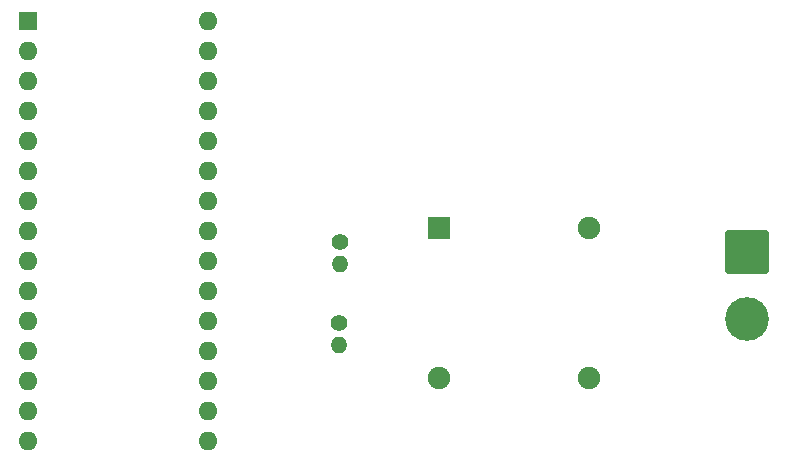
<source format=gbr>
%TF.GenerationSoftware,KiCad,Pcbnew,(6.0.0)*%
%TF.CreationDate,2022-07-31T16:11:20-05:00*%
%TF.ProjectId,FrequencySensor,46726571-7565-46e6-9379-53656e736f72,rev?*%
%TF.SameCoordinates,Original*%
%TF.FileFunction,Copper,L2,Bot*%
%TF.FilePolarity,Positive*%
%FSLAX46Y46*%
G04 Gerber Fmt 4.6, Leading zero omitted, Abs format (unit mm)*
G04 Created by KiCad (PCBNEW (6.0.0)) date 2022-07-31 16:11:20*
%MOMM*%
%LPD*%
G01*
G04 APERTURE LIST*
G04 Aperture macros list*
%AMRoundRect*
0 Rectangle with rounded corners*
0 $1 Rounding radius*
0 $2 $3 $4 $5 $6 $7 $8 $9 X,Y pos of 4 corners*
0 Add a 4 corners polygon primitive as box body*
4,1,4,$2,$3,$4,$5,$6,$7,$8,$9,$2,$3,0*
0 Add four circle primitives for the rounded corners*
1,1,$1+$1,$2,$3*
1,1,$1+$1,$4,$5*
1,1,$1+$1,$6,$7*
1,1,$1+$1,$8,$9*
0 Add four rect primitives between the rounded corners*
20,1,$1+$1,$2,$3,$4,$5,0*
20,1,$1+$1,$4,$5,$6,$7,0*
20,1,$1+$1,$6,$7,$8,$9,0*
20,1,$1+$1,$8,$9,$2,$3,0*%
G04 Aperture macros list end*
%TA.AperFunction,ComponentPad*%
%ADD10RoundRect,0.250002X-1.599998X-1.599998X1.599998X-1.599998X1.599998X1.599998X-1.599998X1.599998X0*%
%TD*%
%TA.AperFunction,ComponentPad*%
%ADD11C,3.700000*%
%TD*%
%TA.AperFunction,ComponentPad*%
%ADD12R,1.900000X1.900000*%
%TD*%
%TA.AperFunction,ComponentPad*%
%ADD13C,1.900000*%
%TD*%
%TA.AperFunction,ComponentPad*%
%ADD14C,1.400000*%
%TD*%
%TA.AperFunction,ComponentPad*%
%ADD15O,1.400000X1.400000*%
%TD*%
%TA.AperFunction,ComponentPad*%
%ADD16R,1.600000X1.600000*%
%TD*%
%TA.AperFunction,ComponentPad*%
%ADD17O,1.600000X1.600000*%
%TD*%
G04 APERTURE END LIST*
D10*
%TO.P,J1,1,Pin_1*%
%TO.N,/AC_In2*%
X187020000Y-87455000D03*
D11*
%TO.P,J1,2,Pin_2*%
%TO.N,/AC_In1*%
X187020000Y-93155000D03*
%TD*%
D12*
%TO.P,BR1,1,+*%
%TO.N,/120AV*%
X160950000Y-85400000D03*
D13*
%TO.P,BR1,2,~{_1}*%
%TO.N,/AC_In1*%
X160950000Y-98100000D03*
%TO.P,BR1,3,-*%
%TO.N,/AGND*%
X173650000Y-98100000D03*
%TO.P,BR1,4,~{_2}*%
%TO.N,/AC_In2*%
X173650000Y-85400000D03*
%TD*%
D14*
%TO.P,1k1,1*%
%TO.N,/3.3AV*%
X152490000Y-93455000D03*
D15*
%TO.P,1k1,2*%
%TO.N,/AGND*%
X152490000Y-95355000D03*
%TD*%
D14*
%TO.P,39k1,1*%
%TO.N,/120AV*%
X152540000Y-86605000D03*
D15*
%TO.P,39k1,2*%
%TO.N,/3.3AV*%
X152540000Y-88505000D03*
%TD*%
D16*
%TO.P,A1,1,D1/TX*%
%TO.N,unconnected-(A1-Pad1)*%
X126140000Y-67870000D03*
D17*
%TO.P,A1,2,D0/RX*%
%TO.N,unconnected-(A1-Pad2)*%
X126140000Y-70410000D03*
%TO.P,A1,3,~{RESET}*%
%TO.N,unconnected-(A1-Pad3)*%
X126140000Y-72950000D03*
%TO.P,A1,4,GND*%
%TO.N,unconnected-(A1-Pad4)*%
X126140000Y-75490000D03*
%TO.P,A1,5,D2*%
%TO.N,unconnected-(A1-Pad5)*%
X126140000Y-78030000D03*
%TO.P,A1,6,D3*%
%TO.N,unconnected-(A1-Pad6)*%
X126140000Y-80570000D03*
%TO.P,A1,7,D4*%
%TO.N,unconnected-(A1-Pad7)*%
X126140000Y-83110000D03*
%TO.P,A1,8,D5*%
%TO.N,unconnected-(A1-Pad8)*%
X126140000Y-85650000D03*
%TO.P,A1,9,D6*%
%TO.N,unconnected-(A1-Pad9)*%
X126140000Y-88190000D03*
%TO.P,A1,10,D7*%
%TO.N,unconnected-(A1-Pad10)*%
X126140000Y-90730000D03*
%TO.P,A1,11,D8*%
%TO.N,unconnected-(A1-Pad11)*%
X126140000Y-93270000D03*
%TO.P,A1,12,D9*%
%TO.N,unconnected-(A1-Pad12)*%
X126140000Y-95810000D03*
%TO.P,A1,13,D10*%
%TO.N,unconnected-(A1-Pad13)*%
X126140000Y-98350000D03*
%TO.P,A1,14,D11*%
%TO.N,unconnected-(A1-Pad14)*%
X126140000Y-100890000D03*
%TO.P,A1,15,D12*%
%TO.N,unconnected-(A1-Pad15)*%
X126140000Y-103430000D03*
%TO.P,A1,16,D13*%
%TO.N,unconnected-(A1-Pad16)*%
X141380000Y-103430000D03*
%TO.P,A1,17,3V3*%
%TO.N,unconnected-(A1-Pad17)*%
X141380000Y-100890000D03*
%TO.P,A1,18,AREF*%
%TO.N,/AGND*%
X141380000Y-98350000D03*
%TO.P,A1,19,A0*%
%TO.N,unconnected-(A1-Pad19)*%
X141380000Y-95810000D03*
%TO.P,A1,20,A1*%
%TO.N,unconnected-(A1-Pad20)*%
X141380000Y-93270000D03*
%TO.P,A1,21,A2*%
%TO.N,/3.3AV*%
X141380000Y-90730000D03*
%TO.P,A1,22,A3*%
%TO.N,unconnected-(A1-Pad22)*%
X141380000Y-88190000D03*
%TO.P,A1,23,A4*%
%TO.N,unconnected-(A1-Pad23)*%
X141380000Y-85650000D03*
%TO.P,A1,24,A5*%
%TO.N,unconnected-(A1-Pad24)*%
X141380000Y-83110000D03*
%TO.P,A1,25,A6*%
%TO.N,unconnected-(A1-Pad25)*%
X141380000Y-80570000D03*
%TO.P,A1,26,A7*%
%TO.N,unconnected-(A1-Pad26)*%
X141380000Y-78030000D03*
%TO.P,A1,27,+5V*%
%TO.N,unconnected-(A1-Pad27)*%
X141380000Y-75490000D03*
%TO.P,A1,28,~{RESET}*%
%TO.N,unconnected-(A1-Pad28)*%
X141380000Y-72950000D03*
%TO.P,A1,29,GND*%
%TO.N,unconnected-(A1-Pad29)*%
X141380000Y-70410000D03*
%TO.P,A1,30,VIN*%
%TO.N,unconnected-(A1-Pad30)*%
X141380000Y-67870000D03*
%TD*%
M02*

</source>
